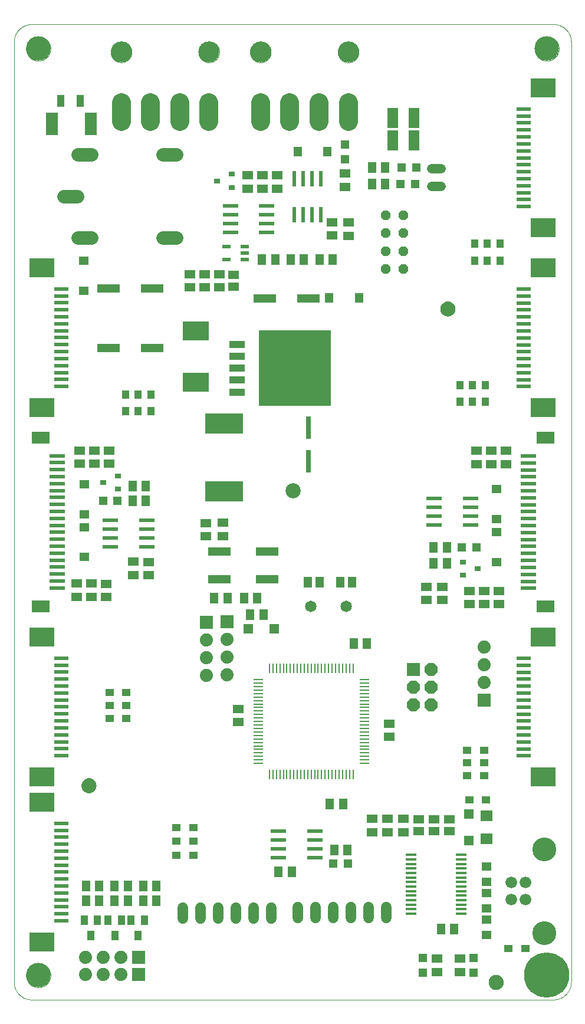
<source format=gts>
G75*
%MOIN*%
%OFA0B0*%
%FSLAX25Y25*%
%IPPOS*%
%LPD*%
%AMOC8*
5,1,8,0,0,1.08239X$1,22.5*
%
%ADD10C,0.00000*%
%ADD11C,0.13780*%
%ADD12R,0.05800X0.01100*%
%ADD13R,0.01100X0.05800*%
%ADD14C,0.06500*%
%ADD15R,0.05118X0.05906*%
%ADD16R,0.05906X0.05118*%
%ADD17R,0.40984X0.42520*%
%ADD18R,0.08500X0.04200*%
%ADD19R,0.12992X0.05118*%
%ADD20R,0.06299X0.05118*%
%ADD21R,0.05906X0.01575*%
%ADD22R,0.04724X0.04724*%
%ADD23R,0.05512X0.05512*%
%ADD24R,0.07400X0.07400*%
%ADD25OC8,0.07400*%
%ADD26R,0.05118X0.06299*%
%ADD27R,0.03937X0.07087*%
%ADD28C,0.00500*%
%ADD29R,0.03937X0.05512*%
%ADD30C,0.07400*%
%ADD31R,0.07087X0.06299*%
%ADD32R,0.21260X0.11417*%
%ADD33R,0.03000X0.12800*%
%ADD34R,0.14961X0.11024*%
%ADD35C,0.06600*%
%ADD36C,0.13500*%
%ADD37R,0.08661X0.02362*%
%ADD38R,0.10236X0.07087*%
%ADD39R,0.07874X0.02402*%
%ADD40R,0.14173X0.10551*%
%ADD41R,0.02362X0.08661*%
%ADD42R,0.05000X0.05787*%
%ADD43R,0.05787X0.05000*%
%ADD44R,0.03543X0.03150*%
%ADD45C,0.07800*%
%ADD46C,0.11811*%
%ADD47C,0.10630*%
%ADD48R,0.05906X0.11417*%
%ADD49OC8,0.05400*%
%ADD50R,0.05512X0.04724*%
%ADD51R,0.12598X0.04724*%
%ADD52C,0.06000*%
%ADD53R,0.04724X0.03937*%
%ADD54R,0.03937X0.04724*%
%ADD55C,0.05400*%
%ADD56R,0.04724X0.02165*%
%ADD57R,0.07087X0.12598*%
%ADD58C,0.08600*%
%ADD59C,0.25591*%
D10*
X0040833Y0051620D02*
X0040833Y0582801D01*
X0040836Y0583043D01*
X0040845Y0583284D01*
X0040859Y0583525D01*
X0040880Y0583766D01*
X0040906Y0584006D01*
X0040938Y0584246D01*
X0040976Y0584485D01*
X0041019Y0584722D01*
X0041069Y0584959D01*
X0041124Y0585194D01*
X0041184Y0585428D01*
X0041251Y0585660D01*
X0041322Y0585891D01*
X0041400Y0586120D01*
X0041483Y0586347D01*
X0041571Y0586572D01*
X0041665Y0586795D01*
X0041764Y0587015D01*
X0041869Y0587233D01*
X0041978Y0587448D01*
X0042093Y0587661D01*
X0042213Y0587871D01*
X0042338Y0588077D01*
X0042468Y0588281D01*
X0042603Y0588482D01*
X0042743Y0588679D01*
X0042887Y0588873D01*
X0043036Y0589063D01*
X0043190Y0589249D01*
X0043348Y0589432D01*
X0043510Y0589611D01*
X0043677Y0589786D01*
X0043848Y0589957D01*
X0044023Y0590124D01*
X0044202Y0590286D01*
X0044385Y0590444D01*
X0044571Y0590598D01*
X0044761Y0590747D01*
X0044955Y0590891D01*
X0045152Y0591031D01*
X0045353Y0591166D01*
X0045557Y0591296D01*
X0045763Y0591421D01*
X0045973Y0591541D01*
X0046186Y0591656D01*
X0046401Y0591765D01*
X0046619Y0591870D01*
X0046839Y0591969D01*
X0047062Y0592063D01*
X0047287Y0592151D01*
X0047514Y0592234D01*
X0047743Y0592312D01*
X0047974Y0592383D01*
X0048206Y0592450D01*
X0048440Y0592510D01*
X0048675Y0592565D01*
X0048912Y0592615D01*
X0049149Y0592658D01*
X0049388Y0592696D01*
X0049628Y0592728D01*
X0049868Y0592754D01*
X0050109Y0592775D01*
X0050350Y0592789D01*
X0050591Y0592798D01*
X0050833Y0592801D01*
X0345794Y0592801D01*
X0346036Y0592798D01*
X0346277Y0592789D01*
X0346518Y0592775D01*
X0346759Y0592754D01*
X0346999Y0592728D01*
X0347239Y0592696D01*
X0347478Y0592658D01*
X0347715Y0592615D01*
X0347952Y0592565D01*
X0348187Y0592510D01*
X0348421Y0592450D01*
X0348653Y0592383D01*
X0348884Y0592312D01*
X0349113Y0592234D01*
X0349340Y0592151D01*
X0349565Y0592063D01*
X0349788Y0591969D01*
X0350008Y0591870D01*
X0350226Y0591765D01*
X0350441Y0591656D01*
X0350654Y0591541D01*
X0350864Y0591421D01*
X0351070Y0591296D01*
X0351274Y0591166D01*
X0351475Y0591031D01*
X0351672Y0590891D01*
X0351866Y0590747D01*
X0352056Y0590598D01*
X0352242Y0590444D01*
X0352425Y0590286D01*
X0352604Y0590124D01*
X0352779Y0589957D01*
X0352950Y0589786D01*
X0353117Y0589611D01*
X0353279Y0589432D01*
X0353437Y0589249D01*
X0353591Y0589063D01*
X0353740Y0588873D01*
X0353884Y0588679D01*
X0354024Y0588482D01*
X0354159Y0588281D01*
X0354289Y0588077D01*
X0354414Y0587871D01*
X0354534Y0587661D01*
X0354649Y0587448D01*
X0354758Y0587233D01*
X0354863Y0587015D01*
X0354962Y0586795D01*
X0355056Y0586572D01*
X0355144Y0586347D01*
X0355227Y0586120D01*
X0355305Y0585891D01*
X0355376Y0585660D01*
X0355443Y0585428D01*
X0355503Y0585194D01*
X0355558Y0584959D01*
X0355608Y0584722D01*
X0355651Y0584485D01*
X0355689Y0584246D01*
X0355721Y0584006D01*
X0355747Y0583766D01*
X0355768Y0583525D01*
X0355782Y0583284D01*
X0355791Y0583043D01*
X0355794Y0582801D01*
X0355794Y0051620D01*
X0355791Y0051378D01*
X0355782Y0051137D01*
X0355768Y0050896D01*
X0355747Y0050655D01*
X0355721Y0050415D01*
X0355689Y0050175D01*
X0355651Y0049936D01*
X0355608Y0049699D01*
X0355558Y0049462D01*
X0355503Y0049227D01*
X0355443Y0048993D01*
X0355376Y0048761D01*
X0355305Y0048530D01*
X0355227Y0048301D01*
X0355144Y0048074D01*
X0355056Y0047849D01*
X0354962Y0047626D01*
X0354863Y0047406D01*
X0354758Y0047188D01*
X0354649Y0046973D01*
X0354534Y0046760D01*
X0354414Y0046550D01*
X0354289Y0046344D01*
X0354159Y0046140D01*
X0354024Y0045939D01*
X0353884Y0045742D01*
X0353740Y0045548D01*
X0353591Y0045358D01*
X0353437Y0045172D01*
X0353279Y0044989D01*
X0353117Y0044810D01*
X0352950Y0044635D01*
X0352779Y0044464D01*
X0352604Y0044297D01*
X0352425Y0044135D01*
X0352242Y0043977D01*
X0352056Y0043823D01*
X0351866Y0043674D01*
X0351672Y0043530D01*
X0351475Y0043390D01*
X0351274Y0043255D01*
X0351070Y0043125D01*
X0350864Y0043000D01*
X0350654Y0042880D01*
X0350441Y0042765D01*
X0350226Y0042656D01*
X0350008Y0042551D01*
X0349788Y0042452D01*
X0349565Y0042358D01*
X0349340Y0042270D01*
X0349113Y0042187D01*
X0348884Y0042109D01*
X0348653Y0042038D01*
X0348421Y0041971D01*
X0348187Y0041911D01*
X0347952Y0041856D01*
X0347715Y0041806D01*
X0347478Y0041763D01*
X0347239Y0041725D01*
X0346999Y0041693D01*
X0346759Y0041667D01*
X0346518Y0041646D01*
X0346277Y0041632D01*
X0346036Y0041623D01*
X0345794Y0041620D01*
X0050833Y0041620D01*
X0050591Y0041623D01*
X0050350Y0041632D01*
X0050109Y0041646D01*
X0049868Y0041667D01*
X0049628Y0041693D01*
X0049388Y0041725D01*
X0049149Y0041763D01*
X0048912Y0041806D01*
X0048675Y0041856D01*
X0048440Y0041911D01*
X0048206Y0041971D01*
X0047974Y0042038D01*
X0047743Y0042109D01*
X0047514Y0042187D01*
X0047287Y0042270D01*
X0047062Y0042358D01*
X0046839Y0042452D01*
X0046619Y0042551D01*
X0046401Y0042656D01*
X0046186Y0042765D01*
X0045973Y0042880D01*
X0045763Y0043000D01*
X0045557Y0043125D01*
X0045353Y0043255D01*
X0045152Y0043390D01*
X0044955Y0043530D01*
X0044761Y0043674D01*
X0044571Y0043823D01*
X0044385Y0043977D01*
X0044202Y0044135D01*
X0044023Y0044297D01*
X0043848Y0044464D01*
X0043677Y0044635D01*
X0043510Y0044810D01*
X0043348Y0044989D01*
X0043190Y0045172D01*
X0043036Y0045358D01*
X0042887Y0045548D01*
X0042743Y0045742D01*
X0042603Y0045939D01*
X0042468Y0046140D01*
X0042338Y0046344D01*
X0042213Y0046550D01*
X0042093Y0046760D01*
X0041978Y0046973D01*
X0041869Y0047188D01*
X0041764Y0047406D01*
X0041665Y0047626D01*
X0041571Y0047849D01*
X0041483Y0048074D01*
X0041400Y0048301D01*
X0041322Y0048530D01*
X0041251Y0048761D01*
X0041184Y0048993D01*
X0041124Y0049227D01*
X0041069Y0049462D01*
X0041019Y0049699D01*
X0040976Y0049936D01*
X0040938Y0050175D01*
X0040906Y0050415D01*
X0040880Y0050655D01*
X0040859Y0050896D01*
X0040845Y0051137D01*
X0040836Y0051378D01*
X0040833Y0051620D01*
X0047723Y0055399D02*
X0047725Y0055568D01*
X0047731Y0055737D01*
X0047742Y0055906D01*
X0047756Y0056074D01*
X0047775Y0056242D01*
X0047798Y0056410D01*
X0047824Y0056577D01*
X0047855Y0056743D01*
X0047890Y0056909D01*
X0047929Y0057073D01*
X0047973Y0057237D01*
X0048020Y0057399D01*
X0048071Y0057560D01*
X0048126Y0057720D01*
X0048185Y0057879D01*
X0048247Y0058036D01*
X0048314Y0058191D01*
X0048385Y0058345D01*
X0048459Y0058497D01*
X0048537Y0058647D01*
X0048618Y0058795D01*
X0048703Y0058941D01*
X0048792Y0059085D01*
X0048884Y0059227D01*
X0048980Y0059366D01*
X0049079Y0059503D01*
X0049181Y0059638D01*
X0049287Y0059770D01*
X0049396Y0059899D01*
X0049508Y0060026D01*
X0049623Y0060150D01*
X0049741Y0060271D01*
X0049862Y0060389D01*
X0049986Y0060504D01*
X0050113Y0060616D01*
X0050242Y0060725D01*
X0050374Y0060831D01*
X0050509Y0060933D01*
X0050646Y0061032D01*
X0050785Y0061128D01*
X0050927Y0061220D01*
X0051071Y0061309D01*
X0051217Y0061394D01*
X0051365Y0061475D01*
X0051515Y0061553D01*
X0051667Y0061627D01*
X0051821Y0061698D01*
X0051976Y0061765D01*
X0052133Y0061827D01*
X0052292Y0061886D01*
X0052452Y0061941D01*
X0052613Y0061992D01*
X0052775Y0062039D01*
X0052939Y0062083D01*
X0053103Y0062122D01*
X0053269Y0062157D01*
X0053435Y0062188D01*
X0053602Y0062214D01*
X0053770Y0062237D01*
X0053938Y0062256D01*
X0054106Y0062270D01*
X0054275Y0062281D01*
X0054444Y0062287D01*
X0054613Y0062289D01*
X0054782Y0062287D01*
X0054951Y0062281D01*
X0055120Y0062270D01*
X0055288Y0062256D01*
X0055456Y0062237D01*
X0055624Y0062214D01*
X0055791Y0062188D01*
X0055957Y0062157D01*
X0056123Y0062122D01*
X0056287Y0062083D01*
X0056451Y0062039D01*
X0056613Y0061992D01*
X0056774Y0061941D01*
X0056934Y0061886D01*
X0057093Y0061827D01*
X0057250Y0061765D01*
X0057405Y0061698D01*
X0057559Y0061627D01*
X0057711Y0061553D01*
X0057861Y0061475D01*
X0058009Y0061394D01*
X0058155Y0061309D01*
X0058299Y0061220D01*
X0058441Y0061128D01*
X0058580Y0061032D01*
X0058717Y0060933D01*
X0058852Y0060831D01*
X0058984Y0060725D01*
X0059113Y0060616D01*
X0059240Y0060504D01*
X0059364Y0060389D01*
X0059485Y0060271D01*
X0059603Y0060150D01*
X0059718Y0060026D01*
X0059830Y0059899D01*
X0059939Y0059770D01*
X0060045Y0059638D01*
X0060147Y0059503D01*
X0060246Y0059366D01*
X0060342Y0059227D01*
X0060434Y0059085D01*
X0060523Y0058941D01*
X0060608Y0058795D01*
X0060689Y0058647D01*
X0060767Y0058497D01*
X0060841Y0058345D01*
X0060912Y0058191D01*
X0060979Y0058036D01*
X0061041Y0057879D01*
X0061100Y0057720D01*
X0061155Y0057560D01*
X0061206Y0057399D01*
X0061253Y0057237D01*
X0061297Y0057073D01*
X0061336Y0056909D01*
X0061371Y0056743D01*
X0061402Y0056577D01*
X0061428Y0056410D01*
X0061451Y0056242D01*
X0061470Y0056074D01*
X0061484Y0055906D01*
X0061495Y0055737D01*
X0061501Y0055568D01*
X0061503Y0055399D01*
X0061501Y0055230D01*
X0061495Y0055061D01*
X0061484Y0054892D01*
X0061470Y0054724D01*
X0061451Y0054556D01*
X0061428Y0054388D01*
X0061402Y0054221D01*
X0061371Y0054055D01*
X0061336Y0053889D01*
X0061297Y0053725D01*
X0061253Y0053561D01*
X0061206Y0053399D01*
X0061155Y0053238D01*
X0061100Y0053078D01*
X0061041Y0052919D01*
X0060979Y0052762D01*
X0060912Y0052607D01*
X0060841Y0052453D01*
X0060767Y0052301D01*
X0060689Y0052151D01*
X0060608Y0052003D01*
X0060523Y0051857D01*
X0060434Y0051713D01*
X0060342Y0051571D01*
X0060246Y0051432D01*
X0060147Y0051295D01*
X0060045Y0051160D01*
X0059939Y0051028D01*
X0059830Y0050899D01*
X0059718Y0050772D01*
X0059603Y0050648D01*
X0059485Y0050527D01*
X0059364Y0050409D01*
X0059240Y0050294D01*
X0059113Y0050182D01*
X0058984Y0050073D01*
X0058852Y0049967D01*
X0058717Y0049865D01*
X0058580Y0049766D01*
X0058441Y0049670D01*
X0058299Y0049578D01*
X0058155Y0049489D01*
X0058009Y0049404D01*
X0057861Y0049323D01*
X0057711Y0049245D01*
X0057559Y0049171D01*
X0057405Y0049100D01*
X0057250Y0049033D01*
X0057093Y0048971D01*
X0056934Y0048912D01*
X0056774Y0048857D01*
X0056613Y0048806D01*
X0056451Y0048759D01*
X0056287Y0048715D01*
X0056123Y0048676D01*
X0055957Y0048641D01*
X0055791Y0048610D01*
X0055624Y0048584D01*
X0055456Y0048561D01*
X0055288Y0048542D01*
X0055120Y0048528D01*
X0054951Y0048517D01*
X0054782Y0048511D01*
X0054613Y0048509D01*
X0054444Y0048511D01*
X0054275Y0048517D01*
X0054106Y0048528D01*
X0053938Y0048542D01*
X0053770Y0048561D01*
X0053602Y0048584D01*
X0053435Y0048610D01*
X0053269Y0048641D01*
X0053103Y0048676D01*
X0052939Y0048715D01*
X0052775Y0048759D01*
X0052613Y0048806D01*
X0052452Y0048857D01*
X0052292Y0048912D01*
X0052133Y0048971D01*
X0051976Y0049033D01*
X0051821Y0049100D01*
X0051667Y0049171D01*
X0051515Y0049245D01*
X0051365Y0049323D01*
X0051217Y0049404D01*
X0051071Y0049489D01*
X0050927Y0049578D01*
X0050785Y0049670D01*
X0050646Y0049766D01*
X0050509Y0049865D01*
X0050374Y0049967D01*
X0050242Y0050073D01*
X0050113Y0050182D01*
X0049986Y0050294D01*
X0049862Y0050409D01*
X0049741Y0050527D01*
X0049623Y0050648D01*
X0049508Y0050772D01*
X0049396Y0050899D01*
X0049287Y0051028D01*
X0049181Y0051160D01*
X0049079Y0051295D01*
X0048980Y0051432D01*
X0048884Y0051571D01*
X0048792Y0051713D01*
X0048703Y0051857D01*
X0048618Y0052003D01*
X0048537Y0052151D01*
X0048459Y0052301D01*
X0048385Y0052453D01*
X0048314Y0052607D01*
X0048247Y0052762D01*
X0048185Y0052919D01*
X0048126Y0053078D01*
X0048071Y0053238D01*
X0048020Y0053399D01*
X0047973Y0053561D01*
X0047929Y0053725D01*
X0047890Y0053889D01*
X0047855Y0054055D01*
X0047824Y0054221D01*
X0047798Y0054388D01*
X0047775Y0054556D01*
X0047756Y0054724D01*
X0047742Y0054892D01*
X0047731Y0055061D01*
X0047725Y0055230D01*
X0047723Y0055399D01*
X0047723Y0579022D02*
X0047725Y0579191D01*
X0047731Y0579360D01*
X0047742Y0579529D01*
X0047756Y0579697D01*
X0047775Y0579865D01*
X0047798Y0580033D01*
X0047824Y0580200D01*
X0047855Y0580366D01*
X0047890Y0580532D01*
X0047929Y0580696D01*
X0047973Y0580860D01*
X0048020Y0581022D01*
X0048071Y0581183D01*
X0048126Y0581343D01*
X0048185Y0581502D01*
X0048247Y0581659D01*
X0048314Y0581814D01*
X0048385Y0581968D01*
X0048459Y0582120D01*
X0048537Y0582270D01*
X0048618Y0582418D01*
X0048703Y0582564D01*
X0048792Y0582708D01*
X0048884Y0582850D01*
X0048980Y0582989D01*
X0049079Y0583126D01*
X0049181Y0583261D01*
X0049287Y0583393D01*
X0049396Y0583522D01*
X0049508Y0583649D01*
X0049623Y0583773D01*
X0049741Y0583894D01*
X0049862Y0584012D01*
X0049986Y0584127D01*
X0050113Y0584239D01*
X0050242Y0584348D01*
X0050374Y0584454D01*
X0050509Y0584556D01*
X0050646Y0584655D01*
X0050785Y0584751D01*
X0050927Y0584843D01*
X0051071Y0584932D01*
X0051217Y0585017D01*
X0051365Y0585098D01*
X0051515Y0585176D01*
X0051667Y0585250D01*
X0051821Y0585321D01*
X0051976Y0585388D01*
X0052133Y0585450D01*
X0052292Y0585509D01*
X0052452Y0585564D01*
X0052613Y0585615D01*
X0052775Y0585662D01*
X0052939Y0585706D01*
X0053103Y0585745D01*
X0053269Y0585780D01*
X0053435Y0585811D01*
X0053602Y0585837D01*
X0053770Y0585860D01*
X0053938Y0585879D01*
X0054106Y0585893D01*
X0054275Y0585904D01*
X0054444Y0585910D01*
X0054613Y0585912D01*
X0054782Y0585910D01*
X0054951Y0585904D01*
X0055120Y0585893D01*
X0055288Y0585879D01*
X0055456Y0585860D01*
X0055624Y0585837D01*
X0055791Y0585811D01*
X0055957Y0585780D01*
X0056123Y0585745D01*
X0056287Y0585706D01*
X0056451Y0585662D01*
X0056613Y0585615D01*
X0056774Y0585564D01*
X0056934Y0585509D01*
X0057093Y0585450D01*
X0057250Y0585388D01*
X0057405Y0585321D01*
X0057559Y0585250D01*
X0057711Y0585176D01*
X0057861Y0585098D01*
X0058009Y0585017D01*
X0058155Y0584932D01*
X0058299Y0584843D01*
X0058441Y0584751D01*
X0058580Y0584655D01*
X0058717Y0584556D01*
X0058852Y0584454D01*
X0058984Y0584348D01*
X0059113Y0584239D01*
X0059240Y0584127D01*
X0059364Y0584012D01*
X0059485Y0583894D01*
X0059603Y0583773D01*
X0059718Y0583649D01*
X0059830Y0583522D01*
X0059939Y0583393D01*
X0060045Y0583261D01*
X0060147Y0583126D01*
X0060246Y0582989D01*
X0060342Y0582850D01*
X0060434Y0582708D01*
X0060523Y0582564D01*
X0060608Y0582418D01*
X0060689Y0582270D01*
X0060767Y0582120D01*
X0060841Y0581968D01*
X0060912Y0581814D01*
X0060979Y0581659D01*
X0061041Y0581502D01*
X0061100Y0581343D01*
X0061155Y0581183D01*
X0061206Y0581022D01*
X0061253Y0580860D01*
X0061297Y0580696D01*
X0061336Y0580532D01*
X0061371Y0580366D01*
X0061402Y0580200D01*
X0061428Y0580033D01*
X0061451Y0579865D01*
X0061470Y0579697D01*
X0061484Y0579529D01*
X0061495Y0579360D01*
X0061501Y0579191D01*
X0061503Y0579022D01*
X0061501Y0578853D01*
X0061495Y0578684D01*
X0061484Y0578515D01*
X0061470Y0578347D01*
X0061451Y0578179D01*
X0061428Y0578011D01*
X0061402Y0577844D01*
X0061371Y0577678D01*
X0061336Y0577512D01*
X0061297Y0577348D01*
X0061253Y0577184D01*
X0061206Y0577022D01*
X0061155Y0576861D01*
X0061100Y0576701D01*
X0061041Y0576542D01*
X0060979Y0576385D01*
X0060912Y0576230D01*
X0060841Y0576076D01*
X0060767Y0575924D01*
X0060689Y0575774D01*
X0060608Y0575626D01*
X0060523Y0575480D01*
X0060434Y0575336D01*
X0060342Y0575194D01*
X0060246Y0575055D01*
X0060147Y0574918D01*
X0060045Y0574783D01*
X0059939Y0574651D01*
X0059830Y0574522D01*
X0059718Y0574395D01*
X0059603Y0574271D01*
X0059485Y0574150D01*
X0059364Y0574032D01*
X0059240Y0573917D01*
X0059113Y0573805D01*
X0058984Y0573696D01*
X0058852Y0573590D01*
X0058717Y0573488D01*
X0058580Y0573389D01*
X0058441Y0573293D01*
X0058299Y0573201D01*
X0058155Y0573112D01*
X0058009Y0573027D01*
X0057861Y0572946D01*
X0057711Y0572868D01*
X0057559Y0572794D01*
X0057405Y0572723D01*
X0057250Y0572656D01*
X0057093Y0572594D01*
X0056934Y0572535D01*
X0056774Y0572480D01*
X0056613Y0572429D01*
X0056451Y0572382D01*
X0056287Y0572338D01*
X0056123Y0572299D01*
X0055957Y0572264D01*
X0055791Y0572233D01*
X0055624Y0572207D01*
X0055456Y0572184D01*
X0055288Y0572165D01*
X0055120Y0572151D01*
X0054951Y0572140D01*
X0054782Y0572134D01*
X0054613Y0572132D01*
X0054444Y0572134D01*
X0054275Y0572140D01*
X0054106Y0572151D01*
X0053938Y0572165D01*
X0053770Y0572184D01*
X0053602Y0572207D01*
X0053435Y0572233D01*
X0053269Y0572264D01*
X0053103Y0572299D01*
X0052939Y0572338D01*
X0052775Y0572382D01*
X0052613Y0572429D01*
X0052452Y0572480D01*
X0052292Y0572535D01*
X0052133Y0572594D01*
X0051976Y0572656D01*
X0051821Y0572723D01*
X0051667Y0572794D01*
X0051515Y0572868D01*
X0051365Y0572946D01*
X0051217Y0573027D01*
X0051071Y0573112D01*
X0050927Y0573201D01*
X0050785Y0573293D01*
X0050646Y0573389D01*
X0050509Y0573488D01*
X0050374Y0573590D01*
X0050242Y0573696D01*
X0050113Y0573805D01*
X0049986Y0573917D01*
X0049862Y0574032D01*
X0049741Y0574150D01*
X0049623Y0574271D01*
X0049508Y0574395D01*
X0049396Y0574522D01*
X0049287Y0574651D01*
X0049181Y0574783D01*
X0049079Y0574918D01*
X0048980Y0575055D01*
X0048884Y0575194D01*
X0048792Y0575336D01*
X0048703Y0575480D01*
X0048618Y0575626D01*
X0048537Y0575774D01*
X0048459Y0575924D01*
X0048385Y0576076D01*
X0048314Y0576230D01*
X0048247Y0576385D01*
X0048185Y0576542D01*
X0048126Y0576701D01*
X0048071Y0576861D01*
X0048020Y0577022D01*
X0047973Y0577184D01*
X0047929Y0577348D01*
X0047890Y0577512D01*
X0047855Y0577678D01*
X0047824Y0577844D01*
X0047798Y0578011D01*
X0047775Y0578179D01*
X0047756Y0578347D01*
X0047742Y0578515D01*
X0047731Y0578684D01*
X0047725Y0578853D01*
X0047723Y0579022D01*
X0095557Y0577132D02*
X0095559Y0577285D01*
X0095565Y0577439D01*
X0095575Y0577592D01*
X0095589Y0577744D01*
X0095607Y0577897D01*
X0095629Y0578048D01*
X0095654Y0578199D01*
X0095684Y0578350D01*
X0095718Y0578500D01*
X0095755Y0578648D01*
X0095796Y0578796D01*
X0095841Y0578942D01*
X0095890Y0579088D01*
X0095943Y0579232D01*
X0095999Y0579374D01*
X0096059Y0579515D01*
X0096123Y0579655D01*
X0096190Y0579793D01*
X0096261Y0579929D01*
X0096336Y0580063D01*
X0096413Y0580195D01*
X0096495Y0580325D01*
X0096579Y0580453D01*
X0096667Y0580579D01*
X0096758Y0580702D01*
X0096852Y0580823D01*
X0096950Y0580941D01*
X0097050Y0581057D01*
X0097154Y0581170D01*
X0097260Y0581281D01*
X0097369Y0581389D01*
X0097481Y0581494D01*
X0097595Y0581595D01*
X0097713Y0581694D01*
X0097832Y0581790D01*
X0097954Y0581883D01*
X0098079Y0581972D01*
X0098206Y0582059D01*
X0098335Y0582141D01*
X0098466Y0582221D01*
X0098599Y0582297D01*
X0098734Y0582370D01*
X0098871Y0582439D01*
X0099010Y0582504D01*
X0099150Y0582566D01*
X0099292Y0582624D01*
X0099435Y0582679D01*
X0099580Y0582730D01*
X0099726Y0582777D01*
X0099873Y0582820D01*
X0100021Y0582859D01*
X0100170Y0582895D01*
X0100320Y0582926D01*
X0100471Y0582954D01*
X0100622Y0582978D01*
X0100775Y0582998D01*
X0100927Y0583014D01*
X0101080Y0583026D01*
X0101233Y0583034D01*
X0101386Y0583038D01*
X0101540Y0583038D01*
X0101693Y0583034D01*
X0101846Y0583026D01*
X0101999Y0583014D01*
X0102151Y0582998D01*
X0102304Y0582978D01*
X0102455Y0582954D01*
X0102606Y0582926D01*
X0102756Y0582895D01*
X0102905Y0582859D01*
X0103053Y0582820D01*
X0103200Y0582777D01*
X0103346Y0582730D01*
X0103491Y0582679D01*
X0103634Y0582624D01*
X0103776Y0582566D01*
X0103916Y0582504D01*
X0104055Y0582439D01*
X0104192Y0582370D01*
X0104327Y0582297D01*
X0104460Y0582221D01*
X0104591Y0582141D01*
X0104720Y0582059D01*
X0104847Y0581972D01*
X0104972Y0581883D01*
X0105094Y0581790D01*
X0105213Y0581694D01*
X0105331Y0581595D01*
X0105445Y0581494D01*
X0105557Y0581389D01*
X0105666Y0581281D01*
X0105772Y0581170D01*
X0105876Y0581057D01*
X0105976Y0580941D01*
X0106074Y0580823D01*
X0106168Y0580702D01*
X0106259Y0580579D01*
X0106347Y0580453D01*
X0106431Y0580325D01*
X0106513Y0580195D01*
X0106590Y0580063D01*
X0106665Y0579929D01*
X0106736Y0579793D01*
X0106803Y0579655D01*
X0106867Y0579515D01*
X0106927Y0579374D01*
X0106983Y0579232D01*
X0107036Y0579088D01*
X0107085Y0578942D01*
X0107130Y0578796D01*
X0107171Y0578648D01*
X0107208Y0578500D01*
X0107242Y0578350D01*
X0107272Y0578199D01*
X0107297Y0578048D01*
X0107319Y0577897D01*
X0107337Y0577744D01*
X0107351Y0577592D01*
X0107361Y0577439D01*
X0107367Y0577285D01*
X0107369Y0577132D01*
X0107367Y0576979D01*
X0107361Y0576825D01*
X0107351Y0576672D01*
X0107337Y0576520D01*
X0107319Y0576367D01*
X0107297Y0576216D01*
X0107272Y0576065D01*
X0107242Y0575914D01*
X0107208Y0575764D01*
X0107171Y0575616D01*
X0107130Y0575468D01*
X0107085Y0575322D01*
X0107036Y0575176D01*
X0106983Y0575032D01*
X0106927Y0574890D01*
X0106867Y0574749D01*
X0106803Y0574609D01*
X0106736Y0574471D01*
X0106665Y0574335D01*
X0106590Y0574201D01*
X0106513Y0574069D01*
X0106431Y0573939D01*
X0106347Y0573811D01*
X0106259Y0573685D01*
X0106168Y0573562D01*
X0106074Y0573441D01*
X0105976Y0573323D01*
X0105876Y0573207D01*
X0105772Y0573094D01*
X0105666Y0572983D01*
X0105557Y0572875D01*
X0105445Y0572770D01*
X0105331Y0572669D01*
X0105213Y0572570D01*
X0105094Y0572474D01*
X0104972Y0572381D01*
X0104847Y0572292D01*
X0104720Y0572205D01*
X0104591Y0572123D01*
X0104460Y0572043D01*
X0104327Y0571967D01*
X0104192Y0571894D01*
X0104055Y0571825D01*
X0103916Y0571760D01*
X0103776Y0571698D01*
X0103634Y0571640D01*
X0103491Y0571585D01*
X0103346Y0571534D01*
X0103200Y0571487D01*
X0103053Y0571444D01*
X0102905Y0571405D01*
X0102756Y0571369D01*
X0102606Y0571338D01*
X0102455Y0571310D01*
X0102304Y0571286D01*
X0102151Y0571266D01*
X0101999Y0571250D01*
X0101846Y0571238D01*
X0101693Y0571230D01*
X0101540Y0571226D01*
X0101386Y0571226D01*
X0101233Y0571230D01*
X0101080Y0571238D01*
X0100927Y0571250D01*
X0100775Y0571266D01*
X0100622Y0571286D01*
X0100471Y0571310D01*
X0100320Y0571338D01*
X0100170Y0571369D01*
X0100021Y0571405D01*
X0099873Y0571444D01*
X0099726Y0571487D01*
X0099580Y0571534D01*
X0099435Y0571585D01*
X0099292Y0571640D01*
X0099150Y0571698D01*
X0099010Y0571760D01*
X0098871Y0571825D01*
X0098734Y0571894D01*
X0098599Y0571967D01*
X0098466Y0572043D01*
X0098335Y0572123D01*
X0098206Y0572205D01*
X0098079Y0572292D01*
X0097954Y0572381D01*
X0097832Y0572474D01*
X0097713Y0572570D01*
X0097595Y0572669D01*
X0097481Y0572770D01*
X0097369Y0572875D01*
X0097260Y0572983D01*
X0097154Y0573094D01*
X0097050Y0573207D01*
X0096950Y0573323D01*
X0096852Y0573441D01*
X0096758Y0573562D01*
X0096667Y0573685D01*
X0096579Y0573811D01*
X0096495Y0573939D01*
X0096413Y0574069D01*
X0096336Y0574201D01*
X0096261Y0574335D01*
X0096190Y0574471D01*
X0096123Y0574609D01*
X0096059Y0574749D01*
X0095999Y0574890D01*
X0095943Y0575032D01*
X0095890Y0575176D01*
X0095841Y0575322D01*
X0095796Y0575468D01*
X0095755Y0575616D01*
X0095718Y0575764D01*
X0095684Y0575914D01*
X0095654Y0576065D01*
X0095629Y0576216D01*
X0095607Y0576367D01*
X0095589Y0576520D01*
X0095575Y0576672D01*
X0095565Y0576825D01*
X0095559Y0576979D01*
X0095557Y0577132D01*
X0145164Y0577132D02*
X0145166Y0577285D01*
X0145172Y0577439D01*
X0145182Y0577592D01*
X0145196Y0577744D01*
X0145214Y0577897D01*
X0145236Y0578048D01*
X0145261Y0578199D01*
X0145291Y0578350D01*
X0145325Y0578500D01*
X0145362Y0578648D01*
X0145403Y0578796D01*
X0145448Y0578942D01*
X0145497Y0579088D01*
X0145550Y0579232D01*
X0145606Y0579374D01*
X0145666Y0579515D01*
X0145730Y0579655D01*
X0145797Y0579793D01*
X0145868Y0579929D01*
X0145943Y0580063D01*
X0146020Y0580195D01*
X0146102Y0580325D01*
X0146186Y0580453D01*
X0146274Y0580579D01*
X0146365Y0580702D01*
X0146459Y0580823D01*
X0146557Y0580941D01*
X0146657Y0581057D01*
X0146761Y0581170D01*
X0146867Y0581281D01*
X0146976Y0581389D01*
X0147088Y0581494D01*
X0147202Y0581595D01*
X0147320Y0581694D01*
X0147439Y0581790D01*
X0147561Y0581883D01*
X0147686Y0581972D01*
X0147813Y0582059D01*
X0147942Y0582141D01*
X0148073Y0582221D01*
X0148206Y0582297D01*
X0148341Y0582370D01*
X0148478Y0582439D01*
X0148617Y0582504D01*
X0148757Y0582566D01*
X0148899Y0582624D01*
X0149042Y0582679D01*
X0149187Y0582730D01*
X0149333Y0582777D01*
X0149480Y0582820D01*
X0149628Y0582859D01*
X0149777Y0582895D01*
X0149927Y0582926D01*
X0150078Y0582954D01*
X0150229Y0582978D01*
X0150382Y0582998D01*
X0150534Y0583014D01*
X0150687Y0583026D01*
X0150840Y0583034D01*
X0150993Y0583038D01*
X0151147Y0583038D01*
X0151300Y0583034D01*
X0151453Y0583026D01*
X0151606Y0583014D01*
X0151758Y0582998D01*
X0151911Y0582978D01*
X0152062Y0582954D01*
X0152213Y0582926D01*
X0152363Y0582895D01*
X0152512Y0582859D01*
X0152660Y0582820D01*
X0152807Y0582777D01*
X0152953Y0582730D01*
X0153098Y0582679D01*
X0153241Y0582624D01*
X0153383Y0582566D01*
X0153523Y0582504D01*
X0153662Y0582439D01*
X0153799Y0582370D01*
X0153934Y0582297D01*
X0154067Y0582221D01*
X0154198Y0582141D01*
X0154327Y0582059D01*
X0154454Y0581972D01*
X0154579Y0581883D01*
X0154701Y0581790D01*
X0154820Y0581694D01*
X0154938Y0581595D01*
X0155052Y0581494D01*
X0155164Y0581389D01*
X0155273Y0581281D01*
X0155379Y0581170D01*
X0155483Y0581057D01*
X0155583Y0580941D01*
X0155681Y0580823D01*
X0155775Y0580702D01*
X0155866Y0580579D01*
X0155954Y0580453D01*
X0156038Y0580325D01*
X0156120Y0580195D01*
X0156197Y0580063D01*
X0156272Y0579929D01*
X0156343Y0579793D01*
X0156410Y0579655D01*
X0156474Y0579515D01*
X0156534Y0579374D01*
X0156590Y0579232D01*
X0156643Y0579088D01*
X0156692Y0578942D01*
X0156737Y0578796D01*
X0156778Y0578648D01*
X0156815Y0578500D01*
X0156849Y0578350D01*
X0156879Y0578199D01*
X0156904Y0578048D01*
X0156926Y0577897D01*
X0156944Y0577744D01*
X0156958Y0577592D01*
X0156968Y0577439D01*
X0156974Y0577285D01*
X0156976Y0577132D01*
X0156974Y0576979D01*
X0156968Y0576825D01*
X0156958Y0576672D01*
X0156944Y0576520D01*
X0156926Y0576367D01*
X0156904Y0576216D01*
X0156879Y0576065D01*
X0156849Y0575914D01*
X0156815Y0575764D01*
X0156778Y0575616D01*
X0156737Y0575468D01*
X0156692Y0575322D01*
X0156643Y0575176D01*
X0156590Y0575032D01*
X0156534Y0574890D01*
X0156474Y0574749D01*
X0156410Y0574609D01*
X0156343Y0574471D01*
X0156272Y0574335D01*
X0156197Y0574201D01*
X0156120Y0574069D01*
X0156038Y0573939D01*
X0155954Y0573811D01*
X0155866Y0573685D01*
X0155775Y0573562D01*
X0155681Y0573441D01*
X0155583Y0573323D01*
X0155483Y0573207D01*
X0155379Y0573094D01*
X0155273Y0572983D01*
X0155164Y0572875D01*
X0155052Y0572770D01*
X0154938Y0572669D01*
X0154820Y0572570D01*
X0154701Y0572474D01*
X0154579Y0572381D01*
X0154454Y0572292D01*
X0154327Y0572205D01*
X0154198Y0572123D01*
X0154067Y0572043D01*
X0153934Y0571967D01*
X0153799Y0571894D01*
X0153662Y0571825D01*
X0153523Y0571760D01*
X0153383Y0571698D01*
X0153241Y0571640D01*
X0153098Y0571585D01*
X0152953Y0571534D01*
X0152807Y0571487D01*
X0152660Y0571444D01*
X0152512Y0571405D01*
X0152363Y0571369D01*
X0152213Y0571338D01*
X0152062Y0571310D01*
X0151911Y0571286D01*
X0151758Y0571266D01*
X0151606Y0571250D01*
X0151453Y0571238D01*
X0151300Y0571230D01*
X0151147Y0571226D01*
X0150993Y0571226D01*
X0150840Y0571230D01*
X0150687Y0571238D01*
X0150534Y0571250D01*
X0150382Y0571266D01*
X0150229Y0571286D01*
X0150078Y0571310D01*
X0149927Y0571338D01*
X0149777Y0571369D01*
X0149628Y0571405D01*
X0149480Y0571444D01*
X0149333Y0571487D01*
X0149187Y0571534D01*
X0149042Y0571585D01*
X0148899Y0571640D01*
X0148757Y0571698D01*
X0148617Y0571760D01*
X0148478Y0571825D01*
X0148341Y0571894D01*
X0148206Y0571967D01*
X0148073Y0572043D01*
X0147942Y0572123D01*
X0147813Y0572205D01*
X0147686Y0572292D01*
X0147561Y0572381D01*
X0147439Y0572474D01*
X0147320Y0572570D01*
X0147202Y0572669D01*
X0147088Y0572770D01*
X0146976Y0572875D01*
X0146867Y0572983D01*
X0146761Y0573094D01*
X0146657Y0573207D01*
X0146557Y0573323D01*
X0146459Y0573441D01*
X0146365Y0573562D01*
X0146274Y0573685D01*
X0146186Y0573811D01*
X0146102Y0573939D01*
X0146020Y0574069D01*
X0145943Y0574201D01*
X0145868Y0574335D01*
X0145797Y0574471D01*
X0145730Y0574609D01*
X0145666Y0574749D01*
X0145606Y0574890D01*
X0145550Y0575032D01*
X0145497Y0575176D01*
X0145448Y0575322D01*
X0145403Y0575468D01*
X0145362Y0575616D01*
X0145325Y0575764D01*
X0145291Y0575914D01*
X0145261Y0576065D01*
X0145236Y0576216D01*
X0145214Y0576367D01*
X0145196Y0576520D01*
X0145182Y0576672D01*
X0145172Y0576825D01*
X0145166Y0576979D01*
X0145164Y0577132D01*
X0174297Y0577132D02*
X0174299Y0577285D01*
X0174305Y0577439D01*
X0174315Y0577592D01*
X0174329Y0577744D01*
X0174347Y0577897D01*
X0174369Y0578048D01*
X0174394Y0578199D01*
X0174424Y0578350D01*
X0174458Y0578500D01*
X0174495Y0578648D01*
X0174536Y0578796D01*
X0174581Y0578942D01*
X0174630Y0579088D01*
X0174683Y0579232D01*
X0174739Y0579374D01*
X0174799Y0579515D01*
X0174863Y0579655D01*
X0174930Y0579793D01*
X0175001Y0579929D01*
X0175076Y0580063D01*
X0175153Y0580195D01*
X0175235Y0580325D01*
X0175319Y0580453D01*
X0175407Y0580579D01*
X0175498Y0580702D01*
X0175592Y0580823D01*
X0175690Y0580941D01*
X0175790Y0581057D01*
X0175894Y0581170D01*
X0176000Y0581281D01*
X0176109Y0581389D01*
X0176221Y0581494D01*
X0176335Y0581595D01*
X0176453Y0581694D01*
X0176572Y0581790D01*
X0176694Y0581883D01*
X0176819Y0581972D01*
X0176946Y0582059D01*
X0177075Y0582141D01*
X0177206Y0582221D01*
X0177339Y0582297D01*
X0177474Y0582370D01*
X0177611Y0582439D01*
X0177750Y0582504D01*
X0177890Y0582566D01*
X0178032Y0582624D01*
X0178175Y0582679D01*
X0178320Y0582730D01*
X0178466Y0582777D01*
X0178613Y0582820D01*
X0178761Y0582859D01*
X0178910Y0582895D01*
X0179060Y0582926D01*
X0179211Y0582954D01*
X0179362Y0582978D01*
X0179515Y0582998D01*
X0179667Y0583014D01*
X0179820Y0583026D01*
X0179973Y0583034D01*
X0180126Y0583038D01*
X0180280Y0583038D01*
X0180433Y0583034D01*
X0180586Y0583026D01*
X0180739Y0583014D01*
X0180891Y0582998D01*
X0181044Y0582978D01*
X0181195Y0582954D01*
X0181346Y0582926D01*
X0181496Y0582895D01*
X0181645Y0582859D01*
X0181793Y0582820D01*
X0181940Y0582777D01*
X0182086Y0582730D01*
X0182231Y0582679D01*
X0182374Y0582624D01*
X0182516Y0582566D01*
X0182656Y0582504D01*
X0182795Y0582439D01*
X0182932Y0582370D01*
X0183067Y0582297D01*
X0183200Y0582221D01*
X0183331Y0582141D01*
X0183460Y0582059D01*
X0183587Y0581972D01*
X0183712Y0581883D01*
X0183834Y0581790D01*
X0183953Y0581694D01*
X0184071Y0581595D01*
X0184185Y0581494D01*
X0184297Y0581389D01*
X0184406Y0581281D01*
X0184512Y0581170D01*
X0184616Y0581057D01*
X0184716Y0580941D01*
X0184814Y0580823D01*
X0184908Y0580702D01*
X0184999Y0580579D01*
X0185087Y0580453D01*
X0185171Y0580325D01*
X0185253Y0580195D01*
X0185330Y0580063D01*
X0185405Y0579929D01*
X0185476Y0579793D01*
X0185543Y0579655D01*
X0185607Y0579515D01*
X0185667Y0579374D01*
X0185723Y0579232D01*
X0185776Y0579088D01*
X0185825Y0578942D01*
X0185870Y0578796D01*
X0185911Y0578648D01*
X0185948Y0578500D01*
X0185982Y0578350D01*
X0186012Y0578199D01*
X0186037Y0578048D01*
X0186059Y0577897D01*
X0186077Y0577744D01*
X0186091Y0577592D01*
X0186101Y0577439D01*
X0186107Y0577285D01*
X0186109Y0577132D01*
X0186107Y0576979D01*
X0186101Y0576825D01*
X0186091Y0576672D01*
X0186077Y0576520D01*
X0186059Y0576367D01*
X0186037Y0576216D01*
X0186012Y0576065D01*
X0185982Y0575914D01*
X0185948Y0575764D01*
X0185911Y0575616D01*
X0185870Y0575468D01*
X0185825Y0575322D01*
X0185776Y0575176D01*
X0185723Y0575032D01*
X0185667Y0574890D01*
X0185607Y0574749D01*
X0185543Y0574609D01*
X0185476Y0574471D01*
X0185405Y0574335D01*
X0185330Y0574201D01*
X0185253Y0574069D01*
X0185171Y0573939D01*
X0185087Y0573811D01*
X0184999Y0573685D01*
X0184908Y0573562D01*
X0184814Y0573441D01*
X0184716Y0573323D01*
X0184616Y0573207D01*
X0184512Y0573094D01*
X0184406Y0572983D01*
X0184297Y0572875D01*
X0184185Y0572770D01*
X0184071Y0572669D01*
X0183953Y0572570D01*
X0183834Y0572474D01*
X0183712Y0572381D01*
X0183587Y0572292D01*
X0183460Y0572205D01*
X0183331Y0572123D01*
X0183200Y0572043D01*
X0183067Y0571967D01*
X0182932Y0571894D01*
X0182795Y0571825D01*
X0182656Y0571760D01*
X0182516Y0571698D01*
X0182374Y0571640D01*
X0182231Y0571585D01*
X0182086Y0571534D01*
X0181940Y0571487D01*
X0181793Y0571444D01*
X0181645Y0571405D01*
X0181496Y0571369D01*
X0181346Y0571338D01*
X0181195Y0571310D01*
X0181044Y0571286D01*
X0180891Y0571266D01*
X0180739Y0571250D01*
X0180586Y0571238D01*
X0180433Y0571230D01*
X0180280Y0571226D01*
X0180126Y0571226D01*
X0179973Y0571230D01*
X0179820Y0571238D01*
X0179667Y0571250D01*
X0179515Y0571266D01*
X0179362Y0571286D01*
X0179211Y0571310D01*
X0179060Y0571338D01*
X0178910Y0571369D01*
X0178761Y0571405D01*
X0178613Y0571444D01*
X0178466Y0571487D01*
X0178320Y0571534D01*
X0178175Y0571585D01*
X0178032Y0571640D01*
X0177890Y0571698D01*
X0177750Y0571760D01*
X0177611Y0571825D01*
X0177474Y0571894D01*
X0177339Y0571967D01*
X0177206Y0572043D01*
X0177075Y0572123D01*
X0176946Y0572205D01*
X0176819Y0572292D01*
X0176694Y0572381D01*
X0176572Y0572474D01*
X0176453Y0572570D01*
X0176335Y0572669D01*
X0176221Y0572770D01*
X0176109Y0572875D01*
X0176000Y0572983D01*
X0175894Y0573094D01*
X0175790Y0573207D01*
X0175690Y0573323D01*
X0175592Y0573441D01*
X0175498Y0573562D01*
X0175407Y0573685D01*
X0175319Y0573811D01*
X0175235Y0573939D01*
X0175153Y0574069D01*
X0175076Y0574201D01*
X0175001Y0574335D01*
X0174930Y0574471D01*
X0174863Y0574609D01*
X0174799Y0574749D01*
X0174739Y0574890D01*
X0174683Y0575032D01*
X0174630Y0575176D01*
X0174581Y0575322D01*
X0174536Y0575468D01*
X0174495Y0575616D01*
X0174458Y0575764D01*
X0174424Y0575914D01*
X0174394Y0576065D01*
X0174369Y0576216D01*
X0174347Y0576367D01*
X0174329Y0576520D01*
X0174315Y0576672D01*
X0174305Y0576825D01*
X0174299Y0576979D01*
X0174297Y0577132D01*
X0223904Y0577132D02*
X0223906Y0577285D01*
X0223912Y0577439D01*
X0223922Y0577592D01*
X0223936Y0577744D01*
X0223954Y0577897D01*
X0223976Y0578048D01*
X0224001Y0578199D01*
X0224031Y0578350D01*
X0224065Y0578500D01*
X0224102Y0578648D01*
X0224143Y0578796D01*
X0224188Y0578942D01*
X0224237Y0579088D01*
X0224290Y0579232D01*
X0224346Y0579374D01*
X0224406Y0579515D01*
X0224470Y0579655D01*
X0224537Y0579793D01*
X0224608Y0579929D01*
X0224683Y0580063D01*
X0224760Y0580195D01*
X0224842Y0580325D01*
X0224926Y0580453D01*
X0225014Y0580579D01*
X0225105Y0580702D01*
X0225199Y0580823D01*
X0225297Y0580941D01*
X0225397Y0581057D01*
X0225501Y0581170D01*
X0225607Y0581281D01*
X0225716Y0581389D01*
X0225828Y0581494D01*
X0225942Y0581595D01*
X0226060Y0581694D01*
X0226179Y0581790D01*
X0226301Y0581883D01*
X0226426Y0581972D01*
X0226553Y0582059D01*
X0226682Y0582141D01*
X0226813Y0582221D01*
X0226946Y0582297D01*
X0227081Y0582370D01*
X0227218Y0582439D01*
X0227357Y0582504D01*
X0227497Y0582566D01*
X0227639Y0582624D01*
X0227782Y0582679D01*
X0227927Y0582730D01*
X0228073Y0582777D01*
X0228220Y0582820D01*
X0228368Y0582859D01*
X0228517Y0582895D01*
X0228667Y0582926D01*
X0228818Y0582954D01*
X0228969Y0582978D01*
X0229122Y0582998D01*
X0229274Y0583014D01*
X0229427Y0583026D01*
X0229580Y0583034D01*
X0229733Y0583038D01*
X0229887Y0583038D01*
X0230040Y0583034D01*
X0230193Y0583026D01*
X0230346Y0583014D01*
X0230498Y0582998D01*
X0230651Y0582978D01*
X0230802Y0582954D01*
X0230953Y0582926D01*
X0231103Y0582895D01*
X0231252Y0582859D01*
X0231400Y0582820D01*
X0231547Y0582777D01*
X0231693Y0582730D01*
X0231838Y0582679D01*
X0231981Y0582624D01*
X0232123Y0582566D01*
X0232263Y0582504D01*
X0232402Y0582439D01*
X0232539Y0582370D01*
X0232674Y0582297D01*
X0232807Y0582221D01*
X0232938Y0582141D01*
X0233067Y0582059D01*
X0233194Y0581972D01*
X0233319Y0581883D01*
X0233441Y0581790D01*
X0233560Y0581694D01*
X0233678Y0581595D01*
X0233792Y0581494D01*
X0233904Y0581389D01*
X0234013Y0581281D01*
X0234119Y0581170D01*
X0234223Y0581057D01*
X0234323Y0580941D01*
X0234421Y0580823D01*
X0234515Y0580702D01*
X0234606Y0580579D01*
X0234694Y0580453D01*
X0234778Y0580325D01*
X0234860Y0580195D01*
X0234937Y0580063D01*
X0235012Y0579929D01*
X0235083Y0579793D01*
X0235150Y0579655D01*
X0235214Y0579515D01*
X0235274Y0579374D01*
X0235330Y0579232D01*
X0235383Y0579088D01*
X0235432Y0578942D01*
X0235477Y0578796D01*
X0235518Y0578648D01*
X0235555Y0578500D01*
X0235589Y0578350D01*
X0235619Y0578199D01*
X0235644Y0578048D01*
X0235666Y0577897D01*
X0235684Y0577744D01*
X0235698Y0577592D01*
X0235708Y0577439D01*
X0235714Y0577285D01*
X0235716Y0577132D01*
X0235714Y0576979D01*
X0235708Y0576825D01*
X0235698Y0576672D01*
X0235684Y0576520D01*
X0235666Y0576367D01*
X0235644Y0576216D01*
X0235619Y0576065D01*
X0235589Y0575914D01*
X0235555Y0575764D01*
X0235518Y0575616D01*
X0235477Y0575468D01*
X0235432Y0575322D01*
X0235383Y0575176D01*
X0235330Y0575032D01*
X0235274Y0574890D01*
X0235214Y0574749D01*
X0235150Y0574609D01*
X0235083Y0574471D01*
X0235012Y0574335D01*
X0234937Y0574201D01*
X0234860Y0574069D01*
X0234778Y0573939D01*
X0234694Y0573811D01*
X0234606Y0573685D01*
X0234515Y0573562D01*
X0234421Y0573441D01*
X0234323Y0573323D01*
X0234223Y0573207D01*
X0234119Y0573094D01*
X0234013Y0572983D01*
X0233904Y0572875D01*
X0233792Y0572770D01*
X0233678Y0572669D01*
X0233560Y0572570D01*
X0233441Y0572474D01*
X0233319Y0572381D01*
X0233194Y0572292D01*
X0233067Y0572205D01*
X0232938Y0572123D01*
X0232807Y0572043D01*
X0232674Y0571967D01*
X0232539Y0571894D01*
X0232402Y0571825D01*
X0232263Y0571760D01*
X0232123Y0571698D01*
X0231981Y0571640D01*
X0231838Y0571585D01*
X0231693Y0571534D01*
X0231547Y0571487D01*
X0231400Y0571444D01*
X0231252Y0571405D01*
X0231103Y0571369D01*
X0230953Y0571338D01*
X0230802Y0571310D01*
X0230651Y0571286D01*
X0230498Y0571266D01*
X0230346Y0571250D01*
X0230193Y0571238D01*
X0230040Y0571230D01*
X0229887Y0571226D01*
X0229733Y0571226D01*
X0229580Y0571230D01*
X0229427Y0571238D01*
X0229274Y0571250D01*
X0229122Y0571266D01*
X0228969Y0571286D01*
X0228818Y0571310D01*
X0228667Y0571338D01*
X0228517Y0571369D01*
X0228368Y0571405D01*
X0228220Y0571444D01*
X0228073Y0571487D01*
X0227927Y0571534D01*
X0227782Y0571585D01*
X0227639Y0571640D01*
X0227497Y0571698D01*
X0227357Y0571760D01*
X0227218Y0571825D01*
X0227081Y0571894D01*
X0226946Y0571967D01*
X0226813Y0572043D01*
X0226682Y0572123D01*
X0226553Y0572205D01*
X0226426Y0572292D01*
X0226301Y0572381D01*
X0226179Y0572474D01*
X0226060Y0572570D01*
X0225942Y0572669D01*
X0225828Y0572770D01*
X0225716Y0572875D01*
X0225607Y0572983D01*
X0225501Y0573094D01*
X0225397Y0573207D01*
X0225297Y0573323D01*
X0225199Y0573441D01*
X0225105Y0573562D01*
X0225014Y0573685D01*
X0224926Y0573811D01*
X0224842Y0573939D01*
X0224760Y0574069D01*
X0224683Y0574201D01*
X0224608Y0574335D01*
X0224537Y0574471D01*
X0224470Y0574609D01*
X0224406Y0574749D01*
X0224346Y0574890D01*
X0224290Y0575032D01*
X0224237Y0575176D01*
X0224188Y0575322D01*
X0224143Y0575468D01*
X0224102Y0575616D01*
X0224065Y0575764D01*
X0224031Y0575914D01*
X0224001Y0576065D01*
X0223976Y0576216D01*
X0223954Y0576367D01*
X0223936Y0576520D01*
X0223922Y0576672D01*
X0223912Y0576825D01*
X0223906Y0576979D01*
X0223904Y0577132D01*
X0335124Y0579022D02*
X0335126Y0579191D01*
X0335132Y0579360D01*
X0335143Y0579529D01*
X0335157Y0579697D01*
X0335176Y0579865D01*
X0335199Y0580033D01*
X0335225Y0580200D01*
X0335256Y0580366D01*
X0335291Y0580532D01*
X0335330Y0580696D01*
X0335374Y0580860D01*
X0335421Y0581022D01*
X0335472Y0581183D01*
X0335527Y0581343D01*
X0335586Y0581502D01*
X0335648Y0581659D01*
X0335715Y0581814D01*
X0335786Y0581968D01*
X0335860Y0582120D01*
X0335938Y0582270D01*
X0336019Y0582418D01*
X0336104Y0582564D01*
X0336193Y0582708D01*
X0336285Y0582850D01*
X0336381Y0582989D01*
X0336480Y0583126D01*
X0336582Y0583261D01*
X0336688Y0583393D01*
X0336797Y0583522D01*
X0336909Y0583649D01*
X0337024Y0583773D01*
X0337142Y0583894D01*
X0337263Y0584012D01*
X0337387Y0584127D01*
X0337514Y0584239D01*
X0337643Y0584348D01*
X0337775Y0584454D01*
X0337910Y0584556D01*
X0338047Y0584655D01*
X0338186Y0584751D01*
X0338328Y0584843D01*
X0338472Y0584932D01*
X0338618Y0585017D01*
X0338766Y0585098D01*
X0338916Y0585176D01*
X0339068Y0585250D01*
X0339222Y0585321D01*
X0339377Y0585388D01*
X0339534Y0585450D01*
X0339693Y0585509D01*
X0339853Y0585564D01*
X0340014Y0585615D01*
X0340176Y0585662D01*
X0340340Y0585706D01*
X0340504Y0585745D01*
X0340670Y0585780D01*
X0340836Y0585811D01*
X0341003Y0585837D01*
X0341171Y0585860D01*
X0341339Y0585879D01*
X0341507Y0585893D01*
X0341676Y0585904D01*
X0341845Y0585910D01*
X0342014Y0585912D01*
X0342183Y0585910D01*
X0342352Y0585904D01*
X0342521Y0585893D01*
X0342689Y0585879D01*
X0342857Y0585860D01*
X0343025Y0585837D01*
X0343192Y0585811D01*
X0343358Y0585780D01*
X0343524Y0585745D01*
X0343688Y0585706D01*
X0343852Y0585662D01*
X0344014Y0585615D01*
X0344175Y0585564D01*
X0344335Y0585509D01*
X0344494Y0585450D01*
X0344651Y0585388D01*
X0344806Y0585321D01*
X0344960Y0585250D01*
X0345112Y0585176D01*
X0345262Y0585098D01*
X0345410Y0585017D01*
X0345556Y0584932D01*
X0345700Y0584843D01*
X0345842Y0584751D01*
X0345981Y0584655D01*
X0346118Y0584556D01*
X0346253Y0584454D01*
X0346385Y0584348D01*
X0346514Y0584239D01*
X0346641Y0584127D01*
X0346765Y0584012D01*
X0346886Y0583894D01*
X0347004Y0583773D01*
X0347119Y0583649D01*
X0347231Y0583522D01*
X0347340Y0583393D01*
X0347446Y0583261D01*
X0347548Y0583126D01*
X0347647Y0582989D01*
X0347743Y0582850D01*
X0347835Y0582708D01*
X0347924Y0582564D01*
X0348009Y0582418D01*
X0348090Y0582270D01*
X0348168Y0582120D01*
X0348242Y0581968D01*
X0348313Y0581814D01*
X0348380Y0581659D01*
X0348442Y0581502D01*
X0348501Y0581343D01*
X0348556Y0581183D01*
X0348607Y0581022D01*
X0348654Y0580860D01*
X0348698Y0580696D01*
X0348737Y0580532D01*
X0348772Y0580366D01*
X0348803Y0580200D01*
X0348829Y0580033D01*
X0348852Y0579865D01*
X0348871Y0579697D01*
X0348885Y0579529D01*
X0348896Y0579360D01*
X0348902Y0579191D01*
X0348904Y0579022D01*
X0348902Y0578853D01*
X0348896Y0578684D01*
X0348885Y0578515D01*
X0348871Y0578347D01*
X0348852Y0578179D01*
X0348829Y0578011D01*
X0348803Y0577844D01*
X0348772Y0577678D01*
X0348737Y0577512D01*
X0348698Y0577348D01*
X0348654Y0577184D01*
X0348607Y0577022D01*
X0348556Y0576861D01*
X0348501Y0576701D01*
X0348442Y0576542D01*
X0348380Y0576385D01*
X0348313Y0576230D01*
X0348242Y0576076D01*
X0348168Y0575924D01*
X0348090Y0575774D01*
X0348009Y0575626D01*
X0347924Y0575480D01*
X0347835Y0575336D01*
X0347743Y0575194D01*
X0347647Y0575055D01*
X0347548Y0574918D01*
X0347446Y0574783D01*
X0347340Y0574651D01*
X0347231Y0574522D01*
X0347119Y0574395D01*
X0347004Y0574271D01*
X0346886Y0574150D01*
X0346765Y0574032D01*
X0346641Y0573917D01*
X0346514Y0573805D01*
X0346385Y0573696D01*
X0346253Y0573590D01*
X0346118Y0573488D01*
X0345981Y0573389D01*
X0345842Y0573293D01*
X0345700Y0573201D01*
X0345556Y0573112D01*
X0345410Y0573027D01*
X0345262Y0572946D01*
X0345112Y0572868D01*
X0344960Y0572794D01*
X0344806Y0572723D01*
X0344651Y0572656D01*
X0344494Y0572594D01*
X0344335Y0572535D01*
X0344175Y0572480D01*
X0344014Y0572429D01*
X0343852Y0572382D01*
X0343688Y0572338D01*
X0343524Y0572299D01*
X0343358Y0572264D01*
X0343192Y0572233D01*
X0343025Y0572207D01*
X0342857Y0572184D01*
X0342689Y0572165D01*
X0342521Y0572151D01*
X0342352Y0572140D01*
X0342183Y0572134D01*
X0342014Y0572132D01*
X0341845Y0572134D01*
X0341676Y0572140D01*
X0341507Y0572151D01*
X0341339Y0572165D01*
X0341171Y0572184D01*
X0341003Y0572207D01*
X0340836Y0572233D01*
X0340670Y0572264D01*
X0340504Y0572299D01*
X0340340Y0572338D01*
X0340176Y0572382D01*
X0340014Y0572429D01*
X0339853Y0572480D01*
X0339693Y0572535D01*
X0339534Y0572594D01*
X0339377Y0572656D01*
X0339222Y0572723D01*
X0339068Y0572794D01*
X0338916Y0572868D01*
X0338766Y0572946D01*
X0338618Y0573027D01*
X0338472Y0573112D01*
X0338328Y0573201D01*
X0338186Y0573293D01*
X0338047Y0573389D01*
X0337910Y0573488D01*
X0337775Y0573590D01*
X0337643Y0573696D01*
X0337514Y0573805D01*
X0337387Y0573917D01*
X0337263Y0574032D01*
X0337142Y0574150D01*
X0337024Y0574271D01*
X0336909Y0574395D01*
X0336797Y0574522D01*
X0336688Y0574651D01*
X0336582Y0574783D01*
X0336480Y0574918D01*
X0336381Y0575055D01*
X0336285Y0575194D01*
X0336193Y0575336D01*
X0336104Y0575480D01*
X0336019Y0575626D01*
X0335938Y0575774D01*
X0335860Y0575924D01*
X0335786Y0576076D01*
X0335715Y0576230D01*
X0335648Y0576385D01*
X0335586Y0576542D01*
X0335527Y0576701D01*
X0335472Y0576861D01*
X0335421Y0577022D01*
X0335374Y0577184D01*
X0335330Y0577348D01*
X0335291Y0577512D01*
X0335256Y0577678D01*
X0335225Y0577844D01*
X0335199Y0578011D01*
X0335176Y0578179D01*
X0335157Y0578347D01*
X0335143Y0578515D01*
X0335132Y0578684D01*
X0335126Y0578853D01*
X0335124Y0579022D01*
D11*
X0342014Y0579022D03*
X0054613Y0579022D03*
X0054613Y0055399D03*
D12*
X0178873Y0175203D03*
X0178873Y0177103D03*
X0178873Y0179103D03*
X0178873Y0181103D03*
X0178873Y0183103D03*
X0178873Y0185003D03*
X0178873Y0187003D03*
X0178873Y0189003D03*
X0178873Y0190903D03*
X0178873Y0192903D03*
X0178873Y0194903D03*
X0178873Y0196803D03*
X0178873Y0198803D03*
X0178873Y0200803D03*
X0178873Y0202703D03*
X0178873Y0204703D03*
X0178873Y0206703D03*
X0178873Y0208603D03*
X0178873Y0210603D03*
X0178873Y0212603D03*
X0178873Y0214503D03*
X0178873Y0216503D03*
X0178873Y0218503D03*
X0178873Y0220503D03*
X0178873Y0222403D03*
X0238873Y0222403D03*
X0238873Y0220503D03*
X0238873Y0218503D03*
X0238873Y0216503D03*
X0238873Y0214503D03*
X0238873Y0212603D03*
X0238873Y0210603D03*
X0238873Y0208603D03*
X0238873Y0206703D03*
X0238873Y0204703D03*
X0238873Y0202703D03*
X0238873Y0200803D03*
X0238873Y0198803D03*
X0238873Y0196803D03*
X0238873Y0194903D03*
X0238873Y0192903D03*
X0238873Y0190903D03*
X0238873Y0189003D03*
X0238873Y0187003D03*
X0238873Y0185003D03*
X0238873Y0183103D03*
X0238873Y0181103D03*
X0238873Y0179103D03*
X0238873Y0177103D03*
X0238873Y0175203D03*
D13*
X0232473Y0168803D03*
X0230573Y0168803D03*
X0228573Y0168803D03*
X0226573Y0168803D03*
X0224573Y0168803D03*
X0222673Y0168803D03*
X0220673Y0168803D03*
X0218673Y0168803D03*
X0216773Y0168803D03*
X0214773Y0168803D03*
X0212773Y0168803D03*
X0210873Y0168803D03*
X0208873Y0168803D03*
X0206873Y0168803D03*
X0204973Y0168803D03*
X0202973Y0168803D03*
X0200973Y0168803D03*
X0199073Y0168803D03*
X0197073Y0168803D03*
X0195073Y0168803D03*
X0193173Y0168803D03*
X0191173Y0168803D03*
X0189173Y0168803D03*
X0187173Y0168803D03*
X0185273Y0168803D03*
X0185273Y0228803D03*
X0187173Y0228803D03*
X0189173Y0228803D03*
X0191173Y0228803D03*
X0193173Y0228803D03*
X0195073Y0228803D03*
X0197073Y0228803D03*
X0199073Y0228803D03*
X0200973Y0228803D03*
X0202973Y0228803D03*
X0204973Y0228803D03*
X0206873Y0228803D03*
X0208873Y0228803D03*
X0210873Y0228803D03*
X0212773Y0228803D03*
X0214773Y0228803D03*
X0216773Y0228803D03*
X0218673Y0228803D03*
X0220673Y0228803D03*
X0222673Y0228803D03*
X0224573Y0228803D03*
X0226573Y0228803D03*
X0228573Y0228803D03*
X0230573Y0228803D03*
X0232473Y0228803D03*
D14*
X0228499Y0263673D03*
X0208499Y0263673D03*
D15*
X0206857Y0277607D03*
X0213549Y0277607D03*
X0225139Y0277607D03*
X0231832Y0277607D03*
X0232807Y0242808D03*
X0240288Y0242808D03*
X0226822Y0152034D03*
X0219341Y0152034D03*
X0221973Y0126256D03*
X0229454Y0126256D03*
X0197892Y0113866D03*
X0190411Y0113866D03*
X0282197Y0081430D03*
X0289677Y0081430D03*
X0178373Y0268420D03*
X0170893Y0268420D03*
X0243192Y0502489D03*
X0250673Y0502489D03*
X0250613Y0511810D03*
X0243133Y0511810D03*
D16*
X0165033Y0451166D03*
X0165033Y0444473D03*
X0148596Y0444080D03*
X0148596Y0451560D03*
X0094767Y0351927D03*
X0094767Y0344447D03*
X0092985Y0276631D03*
X0092985Y0269151D03*
X0167512Y0205886D03*
X0167512Y0198406D03*
X0252914Y0197634D03*
X0252914Y0190154D03*
X0261025Y0143760D03*
X0261025Y0136280D03*
X0269768Y0136673D03*
X0269768Y0143366D03*
X0278433Y0143366D03*
X0278433Y0136673D03*
X0286833Y0136673D03*
X0286833Y0143366D03*
X0298202Y0265080D03*
X0298202Y0272560D03*
X0302221Y0344280D03*
X0302221Y0351760D03*
D17*
X0199644Y0398385D03*
D18*
X0166844Y0398385D03*
X0166844Y0391685D03*
X0166844Y0384985D03*
X0166844Y0405085D03*
X0166844Y0411785D03*
D19*
X0182674Y0437991D03*
X0207281Y0437991D03*
X0118974Y0443529D03*
X0094368Y0443529D03*
X0094368Y0409896D03*
X0118974Y0409896D03*
D20*
X0140327Y0444080D03*
X0140327Y0451560D03*
X0156833Y0451560D03*
X0156833Y0444080D03*
X0172934Y0499880D03*
X0172934Y0507360D03*
X0181233Y0507360D03*
X0181233Y0499880D03*
X0189633Y0499880D03*
X0189633Y0507360D03*
X0220704Y0480984D03*
X0220704Y0473503D03*
X0229962Y0473308D03*
X0229962Y0480788D03*
X0228084Y0500984D03*
X0228084Y0508464D03*
X0310533Y0351760D03*
X0310533Y0344280D03*
X0318862Y0344280D03*
X0318862Y0351760D03*
X0314833Y0272560D03*
X0314833Y0265080D03*
X0306517Y0265080D03*
X0306517Y0272560D03*
X0283080Y0274918D03*
X0283080Y0267437D03*
X0274087Y0267474D03*
X0274087Y0274955D03*
X0252071Y0143760D03*
X0252071Y0136280D03*
X0243334Y0136280D03*
X0243334Y0143760D03*
X0280048Y0064713D03*
X0280048Y0057233D03*
X0292862Y0057233D03*
X0292862Y0064713D03*
X0159042Y0303528D03*
X0159042Y0311008D03*
X0149372Y0310960D03*
X0149372Y0303480D03*
X0116848Y0288960D03*
X0116848Y0281480D03*
X0108419Y0281532D03*
X0108419Y0289012D03*
X0084764Y0276689D03*
X0084764Y0269209D03*
X0076323Y0269209D03*
X0076323Y0276689D03*
X0078033Y0344480D03*
X0078033Y0351960D03*
X0086441Y0351996D03*
X0086441Y0344516D03*
D21*
X0265135Y0123413D03*
X0265135Y0120854D03*
X0265135Y0118295D03*
X0265135Y0115736D03*
X0265135Y0113177D03*
X0265135Y0110618D03*
X0265135Y0108059D03*
X0265135Y0105499D03*
X0265135Y0102940D03*
X0265135Y0100381D03*
X0265135Y0097822D03*
X0265135Y0095263D03*
X0265135Y0092704D03*
X0265135Y0090145D03*
X0293678Y0090145D03*
X0293678Y0092704D03*
X0293678Y0095263D03*
X0293678Y0097822D03*
X0293678Y0100381D03*
X0293678Y0102940D03*
X0293678Y0105499D03*
X0293678Y0108059D03*
X0293678Y0110618D03*
X0293678Y0113177D03*
X0293678Y0115736D03*
X0293678Y0118295D03*
X0293678Y0120854D03*
X0293678Y0123413D03*
D22*
X0300504Y0065101D03*
X0300504Y0056833D03*
X0271919Y0056833D03*
X0271919Y0065101D03*
X0229548Y0118661D03*
X0221281Y0118661D03*
X0293942Y0297292D03*
X0302210Y0297292D03*
X0267573Y0502390D03*
X0259306Y0502390D03*
X0259906Y0511853D03*
X0268173Y0511853D03*
X0227983Y0516530D03*
X0227983Y0524798D03*
X0099427Y0323574D03*
X0091159Y0323574D03*
D23*
X0173153Y0251020D03*
X0188114Y0251020D03*
X0297836Y0146536D03*
X0297836Y0131576D03*
D24*
X0306633Y0210820D03*
X0266748Y0228147D03*
X0161129Y0255006D03*
X0149596Y0254949D03*
X0111164Y0065661D03*
X0111164Y0055710D03*
D25*
X0266748Y0208147D03*
X0266748Y0218147D03*
X0276748Y0218147D03*
X0276748Y0228147D03*
X0276748Y0208147D03*
D26*
X0278093Y0288022D03*
X0285573Y0288022D03*
X0285573Y0297148D03*
X0278093Y0297148D03*
X0181818Y0259210D03*
X0174338Y0259210D03*
X0161573Y0268420D03*
X0154093Y0268420D03*
X0115381Y0323574D03*
X0107901Y0323574D03*
X0107822Y0331992D03*
X0115302Y0331992D03*
X0181093Y0459820D03*
X0188573Y0459820D03*
X0197293Y0459820D03*
X0204773Y0459820D03*
X0213493Y0459820D03*
X0220973Y0459820D03*
X0121373Y0105820D03*
X0113893Y0105820D03*
X0113893Y0097420D03*
X0121373Y0097420D03*
X0105173Y0097420D03*
X0097693Y0097420D03*
X0097693Y0105820D03*
X0105173Y0105820D03*
X0088973Y0105820D03*
X0081493Y0105820D03*
X0081493Y0097420D03*
X0088973Y0097420D03*
D27*
X0078365Y0549598D03*
X0067341Y0549598D03*
D28*
X0282436Y0433248D02*
X0282259Y0432585D01*
X0282199Y0431902D01*
X0282259Y0431218D01*
X0282436Y0430555D01*
X0282726Y0429933D01*
X0283120Y0429371D01*
X0283605Y0428886D01*
X0284167Y0428492D01*
X0284789Y0428202D01*
X0285452Y0428025D01*
X0286136Y0427965D01*
X0286819Y0428025D01*
X0287482Y0428202D01*
X0288104Y0428492D01*
X0288666Y0428886D01*
X0289152Y0429371D01*
X0289545Y0429933D01*
X0289835Y0430555D01*
X0290013Y0431218D01*
X0290073Y0431902D01*
X0290013Y0432585D01*
X0289835Y0433248D01*
X0289545Y0433870D01*
X0289152Y0434432D01*
X0288666Y0434918D01*
X0288104Y0435311D01*
X0287482Y0435601D01*
X0286819Y0435779D01*
X0286136Y0435839D01*
X0285452Y0435779D01*
X0284789Y0435601D01*
X0284167Y0435311D01*
X0283605Y0434918D01*
X0283120Y0434432D01*
X0282726Y0433870D01*
X0282436Y0433248D01*
X0282530Y0433450D02*
X0289741Y0433450D01*
X0289915Y0432951D02*
X0282357Y0432951D01*
X0282247Y0432453D02*
X0290024Y0432453D01*
X0290068Y0431954D02*
X0282203Y0431954D01*
X0282238Y0431456D02*
X0290034Y0431456D01*
X0289943Y0430957D02*
X0282328Y0430957D01*
X0282481Y0430459D02*
X0289790Y0430459D01*
X0289558Y0429960D02*
X0282714Y0429960D01*
X0283056Y0429462D02*
X0289215Y0429462D01*
X0288744Y0428963D02*
X0283528Y0428963D01*
X0284226Y0428465D02*
X0288045Y0428465D01*
X0286152Y0427966D02*
X0286120Y0427966D01*
X0282781Y0433948D02*
X0289491Y0433948D01*
X0289137Y0434447D02*
X0283134Y0434447D01*
X0283644Y0434945D02*
X0288627Y0434945D01*
X0287820Y0435444D02*
X0284451Y0435444D01*
X0086219Y0164998D02*
X0086613Y0164436D01*
X0086903Y0163814D01*
X0087081Y0163151D01*
X0087140Y0162467D01*
X0087081Y0161784D01*
X0086903Y0161121D01*
X0086613Y0160499D01*
X0086219Y0159937D01*
X0085734Y0159451D01*
X0085172Y0159058D01*
X0084550Y0158768D01*
X0083887Y0158590D01*
X0083203Y0158530D01*
X0082520Y0158590D01*
X0081857Y0158768D01*
X0081235Y0159058D01*
X0080673Y0159451D01*
X0080187Y0159937D01*
X0079794Y0160499D01*
X0079504Y0161121D01*
X0079326Y0161784D01*
X0079266Y0162467D01*
X0079326Y0163151D01*
X0079504Y0163814D01*
X0079794Y0164436D01*
X0080187Y0164998D01*
X0080673Y0165483D01*
X0081235Y0165877D01*
X0081857Y0166167D01*
X0082520Y0166344D01*
X0083203Y0166404D01*
X0083887Y0166344D01*
X0084550Y0166167D01*
X0085172Y0165877D01*
X0085734Y0165483D01*
X0086219Y0164998D01*
X0086391Y0164752D02*
X0080016Y0164752D01*
X0079709Y0164254D02*
X0086698Y0164254D01*
X0086919Y0163755D02*
X0079488Y0163755D01*
X0079355Y0163257D02*
X0087052Y0163257D01*
X0087115Y0162758D02*
X0079292Y0162758D01*
X0079285Y0162260D02*
X0087122Y0162260D01*
X0087075Y0161761D02*
X0079332Y0161761D01*
X0079466Y0161263D02*
X0086941Y0161263D01*
X0086737Y0160764D02*
X0079670Y0160764D01*
X0079957Y0160266D02*
X0086450Y0160266D01*
X0086050Y0159767D02*
X0080357Y0159767D01*
X0080934Y0159269D02*
X0085473Y0159269D01*
X0084555Y0158770D02*
X0081852Y0158770D01*
X0080440Y0165251D02*
X0085966Y0165251D01*
X0085354Y0165749D02*
X0081053Y0165749D01*
X0082159Y0166248D02*
X0084248Y0166248D01*
X0310014Y0053336D02*
X0309724Y0052715D01*
X0309547Y0052052D01*
X0309487Y0051368D01*
X0309547Y0050684D01*
X0309724Y0050021D01*
X0310014Y0049399D01*
X0310408Y0048837D01*
X0310893Y0048352D01*
X0311455Y0047958D01*
X0312077Y0047668D01*
X0312740Y0047491D01*
X0313424Y0047431D01*
X0314108Y0047491D01*
X0314770Y0047668D01*
X0315392Y0047958D01*
X0315955Y0048352D01*
X0316440Y0048837D01*
X0316833Y0049399D01*
X0317123Y0050021D01*
X0317301Y0050684D01*
X0317361Y0051368D01*
X0317301Y0052052D01*
X0317123Y0052715D01*
X0316833Y0053336D01*
X0316440Y0053899D01*
X0315955Y0054384D01*
X0315392Y0054778D01*
X0314770Y0055068D01*
X0314108Y0055245D01*
X0313424Y0055305D01*
X0312740Y0055245D01*
X0312077Y0055068D01*
X0311455Y0054778D01*
X0310893Y0054384D01*
X0310408Y0053899D01*
X0310014Y0053336D01*
X0309897Y0053086D02*
X0316950Y0053086D01*
X0317158Y0052587D02*
X0309690Y0052587D01*
X0309557Y0052089D02*
X0317291Y0052089D01*
X0317341Y0051590D02*
X0309506Y0051590D01*
X0309511Y0051092D02*
X0317337Y0051092D01*
X0317277Y0050593D02*
X0309571Y0050593D01*
X0309705Y0050095D02*
X0317143Y0050095D01*
X0316925Y0049596D02*
X0309923Y0049596D01*
X0310226Y0049098D02*
X0316622Y0049098D01*
X0316202Y0048599D02*
X0310646Y0048599D01*
X0311252Y0048101D02*
X0315595Y0048101D01*
X0314523Y0047602D02*
X0312325Y0047602D01*
X0310188Y0053584D02*
X0316660Y0053584D01*
X0316256Y0054083D02*
X0310592Y0054083D01*
X0311175Y0054581D02*
X0315673Y0054581D01*
X0314725Y0055080D02*
X0312123Y0055080D01*
D29*
X0114601Y0086597D03*
X0107121Y0086597D03*
X0101590Y0086627D03*
X0094110Y0086627D03*
X0088016Y0086616D03*
X0080536Y0086616D03*
X0084276Y0077955D03*
X0097850Y0077966D03*
X0110861Y0077936D03*
D30*
X0101164Y0065661D03*
X0101164Y0055710D03*
X0091164Y0055710D03*
X0091164Y0065661D03*
X0081164Y0065661D03*
X0081164Y0055710D03*
X0149596Y0224949D03*
X0149596Y0234949D03*
X0149596Y0244949D03*
X0161129Y0245006D03*
X0161129Y0235006D03*
X0161129Y0225006D03*
X0306633Y0220820D03*
X0306633Y0230820D03*
X0306633Y0240820D03*
D31*
X0307999Y0145405D03*
X0307999Y0132381D03*
D32*
X0159542Y0329003D03*
X0159542Y0367192D03*
D33*
X0207212Y0364849D03*
X0207212Y0345849D03*
D34*
X0143770Y0390344D03*
X0143770Y0419478D03*
D35*
X0322029Y0107880D03*
X0329829Y0107880D03*
X0329829Y0098037D03*
X0322029Y0098037D03*
D36*
X0340529Y0079259D03*
X0340529Y0126659D03*
D37*
X0331777Y0274062D03*
X0331777Y0277999D03*
X0331777Y0281936D03*
X0331777Y0285873D03*
X0331777Y0289810D03*
X0331777Y0293748D03*
X0331777Y0297685D03*
X0331777Y0301622D03*
X0331777Y0305559D03*
X0331777Y0309496D03*
X0331777Y0313433D03*
X0331777Y0317370D03*
X0331777Y0321307D03*
X0331777Y0325244D03*
X0331777Y0329181D03*
X0331777Y0333118D03*
X0331777Y0337055D03*
X0331777Y0340992D03*
X0331777Y0344929D03*
X0331777Y0348866D03*
X0298838Y0324825D03*
X0298838Y0319825D03*
X0298838Y0314825D03*
X0298838Y0309825D03*
X0278366Y0309825D03*
X0278366Y0314825D03*
X0278366Y0319825D03*
X0278366Y0324825D03*
X0183670Y0475120D03*
X0183670Y0480120D03*
X0183670Y0485120D03*
X0183670Y0490120D03*
X0163197Y0490120D03*
X0163197Y0485120D03*
X0163197Y0480120D03*
X0163197Y0475120D03*
X0065402Y0348998D03*
X0065402Y0345061D03*
X0065402Y0341124D03*
X0065402Y0337187D03*
X0065402Y0333250D03*
X0065402Y0329313D03*
X0065402Y0325376D03*
X0065402Y0321439D03*
X0065402Y0317502D03*
X0065402Y0313565D03*
X0065402Y0309628D03*
X0065402Y0305691D03*
X0065402Y0301754D03*
X0065402Y0297817D03*
X0065402Y0293880D03*
X0065402Y0289943D03*
X0065402Y0286006D03*
X0065402Y0282069D03*
X0065402Y0278132D03*
X0065402Y0274195D03*
X0095389Y0297657D03*
X0095389Y0302657D03*
X0095389Y0307657D03*
X0095389Y0312657D03*
X0115862Y0312657D03*
X0115862Y0307657D03*
X0115862Y0302657D03*
X0115862Y0297657D03*
X0190446Y0136925D03*
X0190446Y0131925D03*
X0190446Y0126925D03*
X0190446Y0121925D03*
X0210918Y0121925D03*
X0210918Y0126925D03*
X0210918Y0131925D03*
X0210918Y0136925D03*
D38*
X0341225Y0263826D03*
X0341225Y0359102D03*
X0055953Y0359234D03*
X0055953Y0263959D03*
D39*
X0067605Y0234573D03*
X0067605Y0230636D03*
X0067605Y0226699D03*
X0067605Y0222762D03*
X0067605Y0218825D03*
X0067605Y0214888D03*
X0067605Y0210951D03*
X0067605Y0207014D03*
X0067605Y0203077D03*
X0067605Y0199140D03*
X0067605Y0195203D03*
X0067605Y0191266D03*
X0067605Y0187329D03*
X0067605Y0183392D03*
X0067605Y0179455D03*
X0067605Y0141259D03*
X0067605Y0137322D03*
X0067605Y0133385D03*
X0067605Y0129448D03*
X0067605Y0125511D03*
X0067605Y0121574D03*
X0067605Y0117637D03*
X0067605Y0113700D03*
X0067605Y0109763D03*
X0067605Y0105826D03*
X0067605Y0101889D03*
X0067605Y0097952D03*
X0067605Y0094015D03*
X0067605Y0090078D03*
X0067605Y0086141D03*
X0067605Y0388116D03*
X0067605Y0392053D03*
X0067605Y0395990D03*
X0067605Y0399927D03*
X0067605Y0403864D03*
X0067605Y0407801D03*
X0067605Y0411738D03*
X0067605Y0415675D03*
X0067605Y0419612D03*
X0067605Y0423549D03*
X0067605Y0427486D03*
X0067605Y0431423D03*
X0067605Y0435360D03*
X0067605Y0439297D03*
X0067605Y0443234D03*
X0329022Y0443155D03*
X0329022Y0439218D03*
X0329022Y0435281D03*
X0329022Y0431344D03*
X0329022Y0427407D03*
X0329022Y0423470D03*
X0329022Y0419533D03*
X0329022Y0415596D03*
X0329022Y0411659D03*
X0329022Y0407722D03*
X0329022Y0403785D03*
X0329022Y0399848D03*
X0329022Y0395911D03*
X0329022Y0391974D03*
X0329022Y0388037D03*
X0329022Y0489774D03*
X0329022Y0493711D03*
X0329022Y0497648D03*
X0329022Y0501585D03*
X0329022Y0505522D03*
X0329022Y0509459D03*
X0329022Y0513396D03*
X0329022Y0517333D03*
X0329022Y0521270D03*
X0329022Y0525207D03*
X0329022Y0529144D03*
X0329022Y0533081D03*
X0329022Y0537018D03*
X0329022Y0540955D03*
X0329022Y0544892D03*
X0329022Y0234494D03*
X0329022Y0230557D03*
X0329022Y0226620D03*
X0329022Y0222683D03*
X0329022Y0218746D03*
X0329022Y0214809D03*
X0329022Y0210872D03*
X0329022Y0206935D03*
X0329022Y0202998D03*
X0329022Y0199061D03*
X0329022Y0195124D03*
X0329022Y0191187D03*
X0329022Y0187250D03*
X0329022Y0183313D03*
X0329022Y0179376D03*
D40*
X0340046Y0167604D03*
X0340046Y0246344D03*
X0340046Y0376266D03*
X0340046Y0455006D03*
X0340046Y0478003D03*
X0340046Y0556743D03*
X0056581Y0455006D03*
X0056581Y0376266D03*
X0056581Y0246344D03*
X0056581Y0167604D03*
X0056581Y0153031D03*
X0056581Y0074291D03*
D41*
X0199362Y0485077D03*
X0204362Y0485077D03*
X0209362Y0485077D03*
X0214362Y0485077D03*
X0214362Y0505549D03*
X0209362Y0505549D03*
X0204362Y0505549D03*
X0199362Y0505549D03*
D42*
X0201140Y0520705D03*
X0218070Y0520705D03*
X0219059Y0438160D03*
X0235988Y0438160D03*
D43*
X0313643Y0330053D03*
X0313643Y0313124D03*
X0313643Y0305831D03*
X0313643Y0288902D03*
X0080589Y0291677D03*
X0080589Y0308606D03*
X0080589Y0315899D03*
X0080589Y0332828D03*
X0080408Y0442336D03*
X0080408Y0459266D03*
D44*
X0155654Y0504336D03*
X0163922Y0500596D03*
X0163922Y0508077D03*
X0099651Y0337507D03*
X0099651Y0330026D03*
X0091383Y0333766D03*
X0294750Y0288951D03*
X0294750Y0281470D03*
X0303018Y0285210D03*
D45*
X0132751Y0472076D02*
X0124951Y0472076D01*
X0124951Y0519076D02*
X0132751Y0519076D01*
X0084751Y0519076D02*
X0076951Y0519076D01*
X0076751Y0495576D02*
X0068951Y0495576D01*
X0076951Y0472076D02*
X0084751Y0472076D01*
D46*
X0101463Y0577132D03*
X0151070Y0577132D03*
X0180203Y0577132D03*
X0229810Y0577132D03*
D47*
X0229810Y0548392D02*
X0229810Y0537762D01*
X0213274Y0537762D02*
X0213274Y0548392D01*
X0196739Y0548392D02*
X0196739Y0537762D01*
X0180203Y0537762D02*
X0180203Y0548392D01*
X0151070Y0548392D02*
X0151070Y0537762D01*
X0134534Y0537762D02*
X0134534Y0548392D01*
X0117999Y0548392D02*
X0117999Y0537762D01*
X0101463Y0537762D02*
X0101463Y0548392D01*
D48*
X0254999Y0539675D03*
X0255021Y0527075D03*
X0266832Y0527075D03*
X0266810Y0539675D03*
D49*
X0260874Y0484759D03*
X0260874Y0474759D03*
X0260874Y0464525D03*
X0260874Y0454525D03*
X0250874Y0454525D03*
X0250874Y0464525D03*
X0250874Y0474759D03*
X0250874Y0484759D03*
D50*
X0307833Y0116751D03*
X0307833Y0108089D03*
X0307833Y0101751D03*
X0307833Y0093089D03*
X0307833Y0086751D03*
X0307833Y0078089D03*
D51*
X0183819Y0279146D03*
X0183819Y0294894D03*
X0157048Y0294894D03*
X0157048Y0279146D03*
D52*
X0156400Y0093497D02*
X0156400Y0087497D01*
X0146400Y0087497D02*
X0146400Y0093497D01*
X0136400Y0093497D02*
X0136400Y0087497D01*
X0166400Y0087497D02*
X0166400Y0093497D01*
X0176400Y0093497D02*
X0176400Y0087497D01*
X0186400Y0087497D02*
X0186400Y0093497D01*
X0201304Y0093833D02*
X0201304Y0087833D01*
X0211304Y0087833D02*
X0211304Y0093833D01*
X0221304Y0093833D02*
X0221304Y0087833D01*
X0231304Y0087833D02*
X0231304Y0093833D01*
X0241304Y0093833D02*
X0241304Y0087833D01*
X0251304Y0087833D02*
X0251304Y0093833D01*
D53*
X0298309Y0154420D03*
X0307758Y0154420D03*
X0306558Y0168220D03*
X0306558Y0175420D03*
X0306558Y0182620D03*
X0297109Y0182620D03*
X0297109Y0175420D03*
X0297109Y0168220D03*
X0320435Y0070420D03*
X0329884Y0070420D03*
X0142158Y0123220D03*
X0142158Y0131020D03*
X0142158Y0138820D03*
X0132709Y0138820D03*
X0132709Y0131020D03*
X0132709Y0123220D03*
X0104358Y0200620D03*
X0104358Y0207820D03*
X0104358Y0215020D03*
X0094909Y0215020D03*
X0094909Y0207820D03*
X0094909Y0200620D03*
D54*
X0103833Y0374096D03*
X0111033Y0374096D03*
X0118233Y0374096D03*
X0118233Y0383544D03*
X0111033Y0383544D03*
X0103833Y0383544D03*
X0292833Y0379496D03*
X0300033Y0379496D03*
X0307233Y0379496D03*
X0307233Y0388944D03*
X0300033Y0388944D03*
X0292833Y0388944D03*
X0301233Y0459296D03*
X0308433Y0459296D03*
X0315633Y0459296D03*
X0315633Y0468744D03*
X0308433Y0468744D03*
X0301233Y0468744D03*
D55*
X0282333Y0501020D02*
X0276933Y0501020D01*
X0276933Y0511020D02*
X0282333Y0511020D01*
D56*
X0171352Y0467160D03*
X0171352Y0463420D03*
X0171352Y0459680D03*
X0161115Y0459680D03*
X0161115Y0467160D03*
D57*
X0084257Y0536620D03*
X0062210Y0536620D03*
D58*
X0198633Y0329020D03*
D59*
X0342014Y0055399D03*
M02*

</source>
